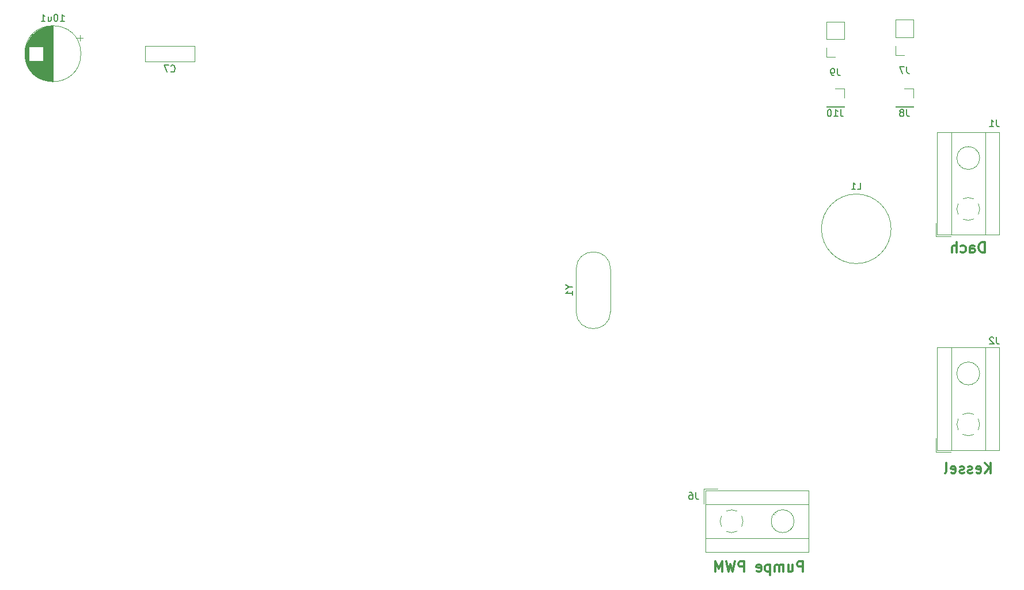
<source format=gbr>
%TF.GenerationSoftware,KiCad,Pcbnew,(5.1.6)-1*%
%TF.CreationDate,2020-10-11T17:06:20+02:00*%
%TF.ProjectId,Solaranlage,536f6c61-7261-46e6-9c61-67652e6b6963,rev?*%
%TF.SameCoordinates,Original*%
%TF.FileFunction,Legend,Bot*%
%TF.FilePolarity,Positive*%
%FSLAX46Y46*%
G04 Gerber Fmt 4.6, Leading zero omitted, Abs format (unit mm)*
G04 Created by KiCad (PCBNEW (5.1.6)-1) date 2020-10-11 17:06:20*
%MOMM*%
%LPD*%
G01*
G04 APERTURE LIST*
%ADD10C,0.300000*%
%ADD11C,0.120000*%
%ADD12C,0.150000*%
G04 APERTURE END LIST*
D10*
X226551714Y-124376571D02*
X226551714Y-122876571D01*
X225694571Y-124376571D02*
X226337428Y-123519428D01*
X225694571Y-122876571D02*
X226551714Y-123733714D01*
X224480285Y-124305142D02*
X224623142Y-124376571D01*
X224908857Y-124376571D01*
X225051714Y-124305142D01*
X225123142Y-124162285D01*
X225123142Y-123590857D01*
X225051714Y-123448000D01*
X224908857Y-123376571D01*
X224623142Y-123376571D01*
X224480285Y-123448000D01*
X224408857Y-123590857D01*
X224408857Y-123733714D01*
X225123142Y-123876571D01*
X223837428Y-124305142D02*
X223694571Y-124376571D01*
X223408857Y-124376571D01*
X223266000Y-124305142D01*
X223194571Y-124162285D01*
X223194571Y-124090857D01*
X223266000Y-123948000D01*
X223408857Y-123876571D01*
X223623142Y-123876571D01*
X223766000Y-123805142D01*
X223837428Y-123662285D01*
X223837428Y-123590857D01*
X223766000Y-123448000D01*
X223623142Y-123376571D01*
X223408857Y-123376571D01*
X223266000Y-123448000D01*
X222623142Y-124305142D02*
X222480285Y-124376571D01*
X222194571Y-124376571D01*
X222051714Y-124305142D01*
X221980285Y-124162285D01*
X221980285Y-124090857D01*
X222051714Y-123948000D01*
X222194571Y-123876571D01*
X222408857Y-123876571D01*
X222551714Y-123805142D01*
X222623142Y-123662285D01*
X222623142Y-123590857D01*
X222551714Y-123448000D01*
X222408857Y-123376571D01*
X222194571Y-123376571D01*
X222051714Y-123448000D01*
X220766000Y-124305142D02*
X220908857Y-124376571D01*
X221194571Y-124376571D01*
X221337428Y-124305142D01*
X221408857Y-124162285D01*
X221408857Y-123590857D01*
X221337428Y-123448000D01*
X221194571Y-123376571D01*
X220908857Y-123376571D01*
X220766000Y-123448000D01*
X220694571Y-123590857D01*
X220694571Y-123733714D01*
X221408857Y-123876571D01*
X219837428Y-124376571D02*
X219980285Y-124305142D01*
X220051714Y-124162285D01*
X220051714Y-122876571D01*
X225658857Y-91864571D02*
X225658857Y-90364571D01*
X225301714Y-90364571D01*
X225087428Y-90436000D01*
X224944571Y-90578857D01*
X224873142Y-90721714D01*
X224801714Y-91007428D01*
X224801714Y-91221714D01*
X224873142Y-91507428D01*
X224944571Y-91650285D01*
X225087428Y-91793142D01*
X225301714Y-91864571D01*
X225658857Y-91864571D01*
X223516000Y-91864571D02*
X223516000Y-91078857D01*
X223587428Y-90936000D01*
X223730285Y-90864571D01*
X224016000Y-90864571D01*
X224158857Y-90936000D01*
X223516000Y-91793142D02*
X223658857Y-91864571D01*
X224016000Y-91864571D01*
X224158857Y-91793142D01*
X224230285Y-91650285D01*
X224230285Y-91507428D01*
X224158857Y-91364571D01*
X224016000Y-91293142D01*
X223658857Y-91293142D01*
X223516000Y-91221714D01*
X222158857Y-91793142D02*
X222301714Y-91864571D01*
X222587428Y-91864571D01*
X222730285Y-91793142D01*
X222801714Y-91721714D01*
X222873142Y-91578857D01*
X222873142Y-91150285D01*
X222801714Y-91007428D01*
X222730285Y-90936000D01*
X222587428Y-90864571D01*
X222301714Y-90864571D01*
X222158857Y-90936000D01*
X221516000Y-91864571D02*
X221516000Y-90364571D01*
X220873142Y-91864571D02*
X220873142Y-91078857D01*
X220944571Y-90936000D01*
X221087428Y-90864571D01*
X221301714Y-90864571D01*
X221444571Y-90936000D01*
X221516000Y-91007428D01*
X198960571Y-138854571D02*
X198960571Y-137354571D01*
X198389142Y-137354571D01*
X198246285Y-137426000D01*
X198174857Y-137497428D01*
X198103428Y-137640285D01*
X198103428Y-137854571D01*
X198174857Y-137997428D01*
X198246285Y-138068857D01*
X198389142Y-138140285D01*
X198960571Y-138140285D01*
X196817714Y-137854571D02*
X196817714Y-138854571D01*
X197460571Y-137854571D02*
X197460571Y-138640285D01*
X197389142Y-138783142D01*
X197246285Y-138854571D01*
X197032000Y-138854571D01*
X196889142Y-138783142D01*
X196817714Y-138711714D01*
X196103428Y-138854571D02*
X196103428Y-137854571D01*
X196103428Y-137997428D02*
X196032000Y-137926000D01*
X195889142Y-137854571D01*
X195674857Y-137854571D01*
X195532000Y-137926000D01*
X195460571Y-138068857D01*
X195460571Y-138854571D01*
X195460571Y-138068857D02*
X195389142Y-137926000D01*
X195246285Y-137854571D01*
X195032000Y-137854571D01*
X194889142Y-137926000D01*
X194817714Y-138068857D01*
X194817714Y-138854571D01*
X194103428Y-137854571D02*
X194103428Y-139354571D01*
X194103428Y-137926000D02*
X193960571Y-137854571D01*
X193674857Y-137854571D01*
X193532000Y-137926000D01*
X193460571Y-137997428D01*
X193389142Y-138140285D01*
X193389142Y-138568857D01*
X193460571Y-138711714D01*
X193532000Y-138783142D01*
X193674857Y-138854571D01*
X193960571Y-138854571D01*
X194103428Y-138783142D01*
X192174857Y-138783142D02*
X192317714Y-138854571D01*
X192603428Y-138854571D01*
X192746285Y-138783142D01*
X192817714Y-138640285D01*
X192817714Y-138068857D01*
X192746285Y-137926000D01*
X192603428Y-137854571D01*
X192317714Y-137854571D01*
X192174857Y-137926000D01*
X192103428Y-138068857D01*
X192103428Y-138211714D01*
X192817714Y-138354571D01*
X190317714Y-138854571D02*
X190317714Y-137354571D01*
X189746285Y-137354571D01*
X189603428Y-137426000D01*
X189532000Y-137497428D01*
X189460571Y-137640285D01*
X189460571Y-137854571D01*
X189532000Y-137997428D01*
X189603428Y-138068857D01*
X189746285Y-138140285D01*
X190317714Y-138140285D01*
X188960571Y-137354571D02*
X188603428Y-138854571D01*
X188317714Y-137783142D01*
X188032000Y-138854571D01*
X187674857Y-137354571D01*
X187103428Y-138854571D02*
X187103428Y-137354571D01*
X186603428Y-138426000D01*
X186103428Y-137354571D01*
X186103428Y-138854571D01*
D11*
%TO.C,Y1*%
X165623000Y-94321000D02*
X165623000Y-100571000D01*
X170673000Y-94321000D02*
X170673000Y-100571000D01*
X170673000Y-100571000D02*
G75*
G02*
X165623000Y-100571000I-2525000J0D01*
G01*
X170673000Y-94321000D02*
G75*
G03*
X165623000Y-94321000I-2525000J0D01*
G01*
%TO.C,L1*%
X211916000Y-88392000D02*
G75*
G03*
X211916000Y-88392000I-5120000J0D01*
G01*
%TO.C,J7*%
X212538000Y-57598000D02*
X215198000Y-57598000D01*
X212538000Y-60198000D02*
X212538000Y-57598000D01*
X215198000Y-60198000D02*
X215198000Y-57598000D01*
X212538000Y-60198000D02*
X215198000Y-60198000D01*
X212538000Y-61468000D02*
X212538000Y-62798000D01*
X212538000Y-62798000D02*
X213868000Y-62798000D01*
%TO.C,J9*%
X202378000Y-57897000D02*
X205038000Y-57897000D01*
X202378000Y-60497000D02*
X202378000Y-57897000D01*
X205038000Y-60497000D02*
X205038000Y-57897000D01*
X202378000Y-60497000D02*
X205038000Y-60497000D01*
X202378000Y-61767000D02*
X202378000Y-63097000D01*
X202378000Y-63097000D02*
X203708000Y-63097000D01*
%TO.C,J10*%
X205038000Y-70418000D02*
X202378000Y-70418000D01*
X205038000Y-70358000D02*
X205038000Y-70418000D01*
X202378000Y-70358000D02*
X202378000Y-70418000D01*
X205038000Y-70358000D02*
X202378000Y-70358000D01*
X205038000Y-69088000D02*
X205038000Y-67758000D01*
X205038000Y-67758000D02*
X203708000Y-67758000D01*
%TO.C,J8*%
X215198000Y-70418000D02*
X212538000Y-70418000D01*
X215198000Y-70358000D02*
X215198000Y-70418000D01*
X212538000Y-70358000D02*
X212538000Y-70418000D01*
X215198000Y-70358000D02*
X212538000Y-70358000D01*
X215198000Y-69088000D02*
X215198000Y-67758000D01*
X215198000Y-67758000D02*
X213868000Y-67758000D01*
%TO.C,J6*%
X197648000Y-131445000D02*
G75*
G03*
X197648000Y-131445000I-1680000J0D01*
G01*
X184658000Y-128945000D02*
X199778000Y-128945000D01*
X184658000Y-133945000D02*
X199778000Y-133945000D01*
X184658000Y-136005000D02*
X199778000Y-136005000D01*
X184658000Y-126885000D02*
X199778000Y-126885000D01*
X184658000Y-136005000D02*
X184658000Y-126885000D01*
X199778000Y-136005000D02*
X199778000Y-126885000D01*
X197243000Y-132514000D02*
X197149000Y-132421000D01*
X194958000Y-130229000D02*
X194899000Y-130171000D01*
X197038000Y-132720000D02*
X196979000Y-132661000D01*
X194788000Y-130469000D02*
X194694000Y-130376000D01*
X184418000Y-128885000D02*
X184418000Y-126645000D01*
X184418000Y-126645000D02*
X186418000Y-126645000D01*
X188497383Y-129764550D02*
G75*
G03*
X187679000Y-129961000I-29383J-1680450D01*
G01*
X186984047Y-130655912D02*
G75*
G03*
X186984000Y-132234000I1483953J-789088D01*
G01*
X187678912Y-132928953D02*
G75*
G03*
X189257000Y-132929000I789088J1483953D01*
G01*
X189951953Y-132234088D02*
G75*
G03*
X189952000Y-130656000I-1483953J789088D01*
G01*
X189256712Y-129961648D02*
G75*
G03*
X188468000Y-129765000I-788712J-1483352D01*
G01*
%TO.C,J2*%
X224946000Y-109690000D02*
G75*
G03*
X224946000Y-109690000I-1680000J0D01*
G01*
X220766000Y-121000000D02*
X220766000Y-105880000D01*
X225766000Y-121000000D02*
X225766000Y-105880000D01*
X227826000Y-121000000D02*
X227826000Y-105880000D01*
X218706000Y-121000000D02*
X218706000Y-105880000D01*
X227826000Y-121000000D02*
X218706000Y-121000000D01*
X227826000Y-105880000D02*
X218706000Y-105880000D01*
X224335000Y-108415000D02*
X224242000Y-108509000D01*
X222050000Y-110700000D02*
X221992000Y-110759000D01*
X224541000Y-108620000D02*
X224482000Y-108679000D01*
X222290000Y-110870000D02*
X222197000Y-110964000D01*
X220706000Y-121240000D02*
X218466000Y-121240000D01*
X218466000Y-121240000D02*
X218466000Y-119240000D01*
X221585550Y-117160617D02*
G75*
G03*
X221782000Y-117979000I1680450J-29383D01*
G01*
X222476912Y-118673953D02*
G75*
G03*
X224055000Y-118674000I789088J1483953D01*
G01*
X224749953Y-117979088D02*
G75*
G03*
X224750000Y-116401000I-1483953J789088D01*
G01*
X224055088Y-115706047D02*
G75*
G03*
X222477000Y-115706000I-789088J-1483953D01*
G01*
X221782648Y-116401288D02*
G75*
G03*
X221586000Y-117190000I1483352J-788712D01*
G01*
%TO.C,J1*%
X224946000Y-77971000D02*
G75*
G03*
X224946000Y-77971000I-1680000J0D01*
G01*
X220766000Y-89281000D02*
X220766000Y-74161000D01*
X225766000Y-89281000D02*
X225766000Y-74161000D01*
X227826000Y-89281000D02*
X227826000Y-74161000D01*
X218706000Y-89281000D02*
X218706000Y-74161000D01*
X227826000Y-89281000D02*
X218706000Y-89281000D01*
X227826000Y-74161000D02*
X218706000Y-74161000D01*
X224335000Y-76696000D02*
X224242000Y-76790000D01*
X222050000Y-78981000D02*
X221992000Y-79040000D01*
X224541000Y-76901000D02*
X224482000Y-76960000D01*
X222290000Y-79151000D02*
X222197000Y-79245000D01*
X220706000Y-89521000D02*
X218466000Y-89521000D01*
X218466000Y-89521000D02*
X218466000Y-87521000D01*
X221585550Y-85441617D02*
G75*
G03*
X221782000Y-86260000I1680450J-29383D01*
G01*
X222476912Y-86954953D02*
G75*
G03*
X224055000Y-86955000I789088J1483953D01*
G01*
X224749953Y-86260088D02*
G75*
G03*
X224750000Y-84682000I-1483953J789088D01*
G01*
X224055088Y-83987047D02*
G75*
G03*
X222477000Y-83987000I-789088J-1483953D01*
G01*
X221782648Y-84682288D02*
G75*
G03*
X221586000Y-85471000I1483352J-788712D01*
G01*
%TO.C,C7*%
X102258000Y-63730000D02*
X109498000Y-63730000D01*
X102258000Y-61490000D02*
X109498000Y-61490000D01*
X102258000Y-63730000D02*
X102258000Y-61490000D01*
X109498000Y-63730000D02*
X109498000Y-61490000D01*
%TO.C,10u1*%
X92806000Y-62610000D02*
G75*
G03*
X92806000Y-62610000I-4120000J0D01*
G01*
X88686000Y-58530000D02*
X88686000Y-66690000D01*
X88646000Y-58530000D02*
X88646000Y-66690000D01*
X88606000Y-58530000D02*
X88606000Y-66690000D01*
X88566000Y-58531000D02*
X88566000Y-66689000D01*
X88526000Y-58533000D02*
X88526000Y-66687000D01*
X88486000Y-58534000D02*
X88486000Y-66686000D01*
X88446000Y-58536000D02*
X88446000Y-66684000D01*
X88406000Y-58539000D02*
X88406000Y-66681000D01*
X88366000Y-58542000D02*
X88366000Y-66678000D01*
X88326000Y-58545000D02*
X88326000Y-66675000D01*
X88286000Y-58549000D02*
X88286000Y-66671000D01*
X88246000Y-58553000D02*
X88246000Y-66667000D01*
X88206000Y-58558000D02*
X88206000Y-66662000D01*
X88166000Y-58562000D02*
X88166000Y-66658000D01*
X88126000Y-58568000D02*
X88126000Y-66652000D01*
X88086000Y-58573000D02*
X88086000Y-66647000D01*
X88046000Y-58580000D02*
X88046000Y-66640000D01*
X88006000Y-58586000D02*
X88006000Y-66634000D01*
X87965000Y-58593000D02*
X87965000Y-66627000D01*
X87925000Y-58600000D02*
X87925000Y-66620000D01*
X87885000Y-58608000D02*
X87885000Y-66612000D01*
X87845000Y-58616000D02*
X87845000Y-66604000D01*
X87805000Y-58625000D02*
X87805000Y-66595000D01*
X87765000Y-58634000D02*
X87765000Y-66586000D01*
X87725000Y-58643000D02*
X87725000Y-66577000D01*
X87685000Y-58653000D02*
X87685000Y-66567000D01*
X87645000Y-58663000D02*
X87645000Y-66557000D01*
X87605000Y-58674000D02*
X87605000Y-66546000D01*
X87565000Y-58685000D02*
X87565000Y-66535000D01*
X87525000Y-58696000D02*
X87525000Y-66524000D01*
X87485000Y-58708000D02*
X87485000Y-66512000D01*
X87445000Y-58721000D02*
X87445000Y-66499000D01*
X87405000Y-58733000D02*
X87405000Y-66487000D01*
X87365000Y-58747000D02*
X87365000Y-66473000D01*
X87325000Y-58760000D02*
X87325000Y-66460000D01*
X87285000Y-58775000D02*
X87285000Y-66445000D01*
X87245000Y-58789000D02*
X87245000Y-66431000D01*
X87205000Y-58805000D02*
X87205000Y-61570000D01*
X87205000Y-63650000D02*
X87205000Y-66415000D01*
X87165000Y-58820000D02*
X87165000Y-61570000D01*
X87165000Y-63650000D02*
X87165000Y-66400000D01*
X87125000Y-58836000D02*
X87125000Y-61570000D01*
X87125000Y-63650000D02*
X87125000Y-66384000D01*
X87085000Y-58853000D02*
X87085000Y-61570000D01*
X87085000Y-63650000D02*
X87085000Y-66367000D01*
X87045000Y-58870000D02*
X87045000Y-61570000D01*
X87045000Y-63650000D02*
X87045000Y-66350000D01*
X87005000Y-58888000D02*
X87005000Y-61570000D01*
X87005000Y-63650000D02*
X87005000Y-66332000D01*
X86965000Y-58906000D02*
X86965000Y-61570000D01*
X86965000Y-63650000D02*
X86965000Y-66314000D01*
X86925000Y-58924000D02*
X86925000Y-61570000D01*
X86925000Y-63650000D02*
X86925000Y-66296000D01*
X86885000Y-58944000D02*
X86885000Y-61570000D01*
X86885000Y-63650000D02*
X86885000Y-66276000D01*
X86845000Y-58963000D02*
X86845000Y-61570000D01*
X86845000Y-63650000D02*
X86845000Y-66257000D01*
X86805000Y-58983000D02*
X86805000Y-61570000D01*
X86805000Y-63650000D02*
X86805000Y-66237000D01*
X86765000Y-59004000D02*
X86765000Y-61570000D01*
X86765000Y-63650000D02*
X86765000Y-66216000D01*
X86725000Y-59026000D02*
X86725000Y-61570000D01*
X86725000Y-63650000D02*
X86725000Y-66194000D01*
X86685000Y-59048000D02*
X86685000Y-61570000D01*
X86685000Y-63650000D02*
X86685000Y-66172000D01*
X86645000Y-59070000D02*
X86645000Y-61570000D01*
X86645000Y-63650000D02*
X86645000Y-66150000D01*
X86605000Y-59093000D02*
X86605000Y-61570000D01*
X86605000Y-63650000D02*
X86605000Y-66127000D01*
X86565000Y-59117000D02*
X86565000Y-61570000D01*
X86565000Y-63650000D02*
X86565000Y-66103000D01*
X86525000Y-59141000D02*
X86525000Y-61570000D01*
X86525000Y-63650000D02*
X86525000Y-66079000D01*
X86485000Y-59166000D02*
X86485000Y-61570000D01*
X86485000Y-63650000D02*
X86485000Y-66054000D01*
X86445000Y-59192000D02*
X86445000Y-61570000D01*
X86445000Y-63650000D02*
X86445000Y-66028000D01*
X86405000Y-59218000D02*
X86405000Y-61570000D01*
X86405000Y-63650000D02*
X86405000Y-66002000D01*
X86365000Y-59245000D02*
X86365000Y-61570000D01*
X86365000Y-63650000D02*
X86365000Y-65975000D01*
X86325000Y-59272000D02*
X86325000Y-61570000D01*
X86325000Y-63650000D02*
X86325000Y-65948000D01*
X86285000Y-59301000D02*
X86285000Y-61570000D01*
X86285000Y-63650000D02*
X86285000Y-65919000D01*
X86245000Y-59330000D02*
X86245000Y-61570000D01*
X86245000Y-63650000D02*
X86245000Y-65890000D01*
X86205000Y-59360000D02*
X86205000Y-61570000D01*
X86205000Y-63650000D02*
X86205000Y-65860000D01*
X86165000Y-59390000D02*
X86165000Y-61570000D01*
X86165000Y-63650000D02*
X86165000Y-65830000D01*
X86125000Y-59421000D02*
X86125000Y-61570000D01*
X86125000Y-63650000D02*
X86125000Y-65799000D01*
X86085000Y-59454000D02*
X86085000Y-61570000D01*
X86085000Y-63650000D02*
X86085000Y-65766000D01*
X86045000Y-59486000D02*
X86045000Y-61570000D01*
X86045000Y-63650000D02*
X86045000Y-65734000D01*
X86005000Y-59520000D02*
X86005000Y-61570000D01*
X86005000Y-63650000D02*
X86005000Y-65700000D01*
X85965000Y-59555000D02*
X85965000Y-61570000D01*
X85965000Y-63650000D02*
X85965000Y-65665000D01*
X85925000Y-59591000D02*
X85925000Y-61570000D01*
X85925000Y-63650000D02*
X85925000Y-65629000D01*
X85885000Y-59627000D02*
X85885000Y-61570000D01*
X85885000Y-63650000D02*
X85885000Y-65593000D01*
X85845000Y-59665000D02*
X85845000Y-61570000D01*
X85845000Y-63650000D02*
X85845000Y-65555000D01*
X85805000Y-59703000D02*
X85805000Y-61570000D01*
X85805000Y-63650000D02*
X85805000Y-65517000D01*
X85765000Y-59743000D02*
X85765000Y-61570000D01*
X85765000Y-63650000D02*
X85765000Y-65477000D01*
X85725000Y-59784000D02*
X85725000Y-61570000D01*
X85725000Y-63650000D02*
X85725000Y-65436000D01*
X85685000Y-59826000D02*
X85685000Y-61570000D01*
X85685000Y-63650000D02*
X85685000Y-65394000D01*
X85645000Y-59869000D02*
X85645000Y-61570000D01*
X85645000Y-63650000D02*
X85645000Y-65351000D01*
X85605000Y-59913000D02*
X85605000Y-61570000D01*
X85605000Y-63650000D02*
X85605000Y-65307000D01*
X85565000Y-59959000D02*
X85565000Y-61570000D01*
X85565000Y-63650000D02*
X85565000Y-65261000D01*
X85525000Y-60006000D02*
X85525000Y-61570000D01*
X85525000Y-63650000D02*
X85525000Y-65214000D01*
X85485000Y-60054000D02*
X85485000Y-61570000D01*
X85485000Y-63650000D02*
X85485000Y-65166000D01*
X85445000Y-60105000D02*
X85445000Y-61570000D01*
X85445000Y-63650000D02*
X85445000Y-65115000D01*
X85405000Y-60156000D02*
X85405000Y-61570000D01*
X85405000Y-63650000D02*
X85405000Y-65064000D01*
X85365000Y-60210000D02*
X85365000Y-61570000D01*
X85365000Y-63650000D02*
X85365000Y-65010000D01*
X85325000Y-60265000D02*
X85325000Y-61570000D01*
X85325000Y-63650000D02*
X85325000Y-64955000D01*
X85285000Y-60323000D02*
X85285000Y-61570000D01*
X85285000Y-63650000D02*
X85285000Y-64897000D01*
X85245000Y-60382000D02*
X85245000Y-61570000D01*
X85245000Y-63650000D02*
X85245000Y-64838000D01*
X85205000Y-60444000D02*
X85205000Y-61570000D01*
X85205000Y-63650000D02*
X85205000Y-64776000D01*
X85165000Y-60508000D02*
X85165000Y-61570000D01*
X85165000Y-63650000D02*
X85165000Y-64712000D01*
X85125000Y-60576000D02*
X85125000Y-64644000D01*
X85085000Y-60646000D02*
X85085000Y-64574000D01*
X85045000Y-60720000D02*
X85045000Y-64500000D01*
X85005000Y-60797000D02*
X85005000Y-64423000D01*
X84965000Y-60879000D02*
X84965000Y-64341000D01*
X84925000Y-60965000D02*
X84925000Y-64255000D01*
X84885000Y-61058000D02*
X84885000Y-64162000D01*
X84845000Y-61157000D02*
X84845000Y-64063000D01*
X84805000Y-61264000D02*
X84805000Y-63956000D01*
X84765000Y-61381000D02*
X84765000Y-63839000D01*
X84725000Y-61512000D02*
X84725000Y-63708000D01*
X84685000Y-61662000D02*
X84685000Y-63558000D01*
X84645000Y-61842000D02*
X84645000Y-63378000D01*
X84605000Y-62077000D02*
X84605000Y-63143000D01*
X93095698Y-60295000D02*
X92295698Y-60295000D01*
X92695698Y-59895000D02*
X92695698Y-60695000D01*
%TO.C,Y1*%
D12*
X164599190Y-96969809D02*
X165075380Y-96969809D01*
X164075380Y-96636476D02*
X164599190Y-96969809D01*
X164075380Y-97303142D01*
X165075380Y-98160285D02*
X165075380Y-97588857D01*
X165075380Y-97874571D02*
X164075380Y-97874571D01*
X164218238Y-97779333D01*
X164313476Y-97684095D01*
X164361095Y-97588857D01*
%TO.C,L1*%
X206962666Y-82594380D02*
X207438857Y-82594380D01*
X207438857Y-81594380D01*
X206105523Y-82594380D02*
X206676952Y-82594380D01*
X206391238Y-82594380D02*
X206391238Y-81594380D01*
X206486476Y-81737238D01*
X206581714Y-81832476D01*
X206676952Y-81880095D01*
%TO.C,J7*%
X214201333Y-64520380D02*
X214201333Y-65234666D01*
X214248952Y-65377523D01*
X214344190Y-65472761D01*
X214487047Y-65520380D01*
X214582285Y-65520380D01*
X213820380Y-64520380D02*
X213153714Y-64520380D01*
X213582285Y-65520380D01*
%TO.C,J9*%
X204041333Y-64819380D02*
X204041333Y-65533666D01*
X204088952Y-65676523D01*
X204184190Y-65771761D01*
X204327047Y-65819380D01*
X204422285Y-65819380D01*
X203517523Y-65819380D02*
X203327047Y-65819380D01*
X203231809Y-65771761D01*
X203184190Y-65724142D01*
X203088952Y-65581285D01*
X203041333Y-65390809D01*
X203041333Y-65009857D01*
X203088952Y-64914619D01*
X203136571Y-64867000D01*
X203231809Y-64819380D01*
X203422285Y-64819380D01*
X203517523Y-64867000D01*
X203565142Y-64914619D01*
X203612761Y-65009857D01*
X203612761Y-65247952D01*
X203565142Y-65343190D01*
X203517523Y-65390809D01*
X203422285Y-65438428D01*
X203231809Y-65438428D01*
X203136571Y-65390809D01*
X203088952Y-65343190D01*
X203041333Y-65247952D01*
%TO.C,J10*%
X204517523Y-70826380D02*
X204517523Y-71540666D01*
X204565142Y-71683523D01*
X204660380Y-71778761D01*
X204803238Y-71826380D01*
X204898476Y-71826380D01*
X203517523Y-71826380D02*
X204088952Y-71826380D01*
X203803238Y-71826380D02*
X203803238Y-70826380D01*
X203898476Y-70969238D01*
X203993714Y-71064476D01*
X204088952Y-71112095D01*
X202898476Y-70826380D02*
X202803238Y-70826380D01*
X202708000Y-70874000D01*
X202660380Y-70921619D01*
X202612761Y-71016857D01*
X202565142Y-71207333D01*
X202565142Y-71445428D01*
X202612761Y-71635904D01*
X202660380Y-71731142D01*
X202708000Y-71778761D01*
X202803238Y-71826380D01*
X202898476Y-71826380D01*
X202993714Y-71778761D01*
X203041333Y-71731142D01*
X203088952Y-71635904D01*
X203136571Y-71445428D01*
X203136571Y-71207333D01*
X203088952Y-71016857D01*
X203041333Y-70921619D01*
X202993714Y-70874000D01*
X202898476Y-70826380D01*
%TO.C,J8*%
X214201333Y-70826380D02*
X214201333Y-71540666D01*
X214248952Y-71683523D01*
X214344190Y-71778761D01*
X214487047Y-71826380D01*
X214582285Y-71826380D01*
X213582285Y-71254952D02*
X213677523Y-71207333D01*
X213725142Y-71159714D01*
X213772761Y-71064476D01*
X213772761Y-71016857D01*
X213725142Y-70921619D01*
X213677523Y-70874000D01*
X213582285Y-70826380D01*
X213391809Y-70826380D01*
X213296571Y-70874000D01*
X213248952Y-70921619D01*
X213201333Y-71016857D01*
X213201333Y-71064476D01*
X213248952Y-71159714D01*
X213296571Y-71207333D01*
X213391809Y-71254952D01*
X213582285Y-71254952D01*
X213677523Y-71302571D01*
X213725142Y-71350190D01*
X213772761Y-71445428D01*
X213772761Y-71635904D01*
X213725142Y-71731142D01*
X213677523Y-71778761D01*
X213582285Y-71826380D01*
X213391809Y-71826380D01*
X213296571Y-71778761D01*
X213248952Y-71731142D01*
X213201333Y-71635904D01*
X213201333Y-71445428D01*
X213248952Y-71350190D01*
X213296571Y-71302571D01*
X213391809Y-71254952D01*
%TO.C,J6*%
X183213333Y-127214380D02*
X183213333Y-127928666D01*
X183260952Y-128071523D01*
X183356190Y-128166761D01*
X183499047Y-128214380D01*
X183594285Y-128214380D01*
X182308571Y-127214380D02*
X182499047Y-127214380D01*
X182594285Y-127262000D01*
X182641904Y-127309619D01*
X182737142Y-127452476D01*
X182784761Y-127642952D01*
X182784761Y-128023904D01*
X182737142Y-128119142D01*
X182689523Y-128166761D01*
X182594285Y-128214380D01*
X182403809Y-128214380D01*
X182308571Y-128166761D01*
X182260952Y-128119142D01*
X182213333Y-128023904D01*
X182213333Y-127785809D01*
X182260952Y-127690571D01*
X182308571Y-127642952D01*
X182403809Y-127595333D01*
X182594285Y-127595333D01*
X182689523Y-127642952D01*
X182737142Y-127690571D01*
X182784761Y-127785809D01*
%TO.C,J2*%
X227409333Y-104354380D02*
X227409333Y-105068666D01*
X227456952Y-105211523D01*
X227552190Y-105306761D01*
X227695047Y-105354380D01*
X227790285Y-105354380D01*
X226980761Y-104449619D02*
X226933142Y-104402000D01*
X226837904Y-104354380D01*
X226599809Y-104354380D01*
X226504571Y-104402000D01*
X226456952Y-104449619D01*
X226409333Y-104544857D01*
X226409333Y-104640095D01*
X226456952Y-104782952D01*
X227028380Y-105354380D01*
X226409333Y-105354380D01*
%TO.C,J1*%
X227409333Y-72350380D02*
X227409333Y-73064666D01*
X227456952Y-73207523D01*
X227552190Y-73302761D01*
X227695047Y-73350380D01*
X227790285Y-73350380D01*
X226409333Y-73350380D02*
X226980761Y-73350380D01*
X226695047Y-73350380D02*
X226695047Y-72350380D01*
X226790285Y-72493238D01*
X226885523Y-72588476D01*
X226980761Y-72636095D01*
%TO.C,C7*%
X106044666Y-65217142D02*
X106092285Y-65264761D01*
X106235142Y-65312380D01*
X106330380Y-65312380D01*
X106473238Y-65264761D01*
X106568476Y-65169523D01*
X106616095Y-65074285D01*
X106663714Y-64883809D01*
X106663714Y-64740952D01*
X106616095Y-64550476D01*
X106568476Y-64455238D01*
X106473238Y-64360000D01*
X106330380Y-64312380D01*
X106235142Y-64312380D01*
X106092285Y-64360000D01*
X106044666Y-64407619D01*
X105711333Y-64312380D02*
X105044666Y-64312380D01*
X105473238Y-65312380D01*
%TO.C,10u1*%
X89805047Y-57812380D02*
X90376476Y-57812380D01*
X90090761Y-57812380D02*
X90090761Y-56812380D01*
X90186000Y-56955238D01*
X90281238Y-57050476D01*
X90376476Y-57098095D01*
X89186000Y-56812380D02*
X89090761Y-56812380D01*
X88995523Y-56860000D01*
X88947904Y-56907619D01*
X88900285Y-57002857D01*
X88852666Y-57193333D01*
X88852666Y-57431428D01*
X88900285Y-57621904D01*
X88947904Y-57717142D01*
X88995523Y-57764761D01*
X89090761Y-57812380D01*
X89186000Y-57812380D01*
X89281238Y-57764761D01*
X89328857Y-57717142D01*
X89376476Y-57621904D01*
X89424095Y-57431428D01*
X89424095Y-57193333D01*
X89376476Y-57002857D01*
X89328857Y-56907619D01*
X89281238Y-56860000D01*
X89186000Y-56812380D01*
X87995523Y-57145714D02*
X87995523Y-57812380D01*
X88424095Y-57145714D02*
X88424095Y-57669523D01*
X88376476Y-57764761D01*
X88281238Y-57812380D01*
X88138380Y-57812380D01*
X88043142Y-57764761D01*
X87995523Y-57717142D01*
X86995523Y-57812380D02*
X87566952Y-57812380D01*
X87281238Y-57812380D02*
X87281238Y-56812380D01*
X87376476Y-56955238D01*
X87471714Y-57050476D01*
X87566952Y-57098095D01*
%TD*%
M02*

</source>
